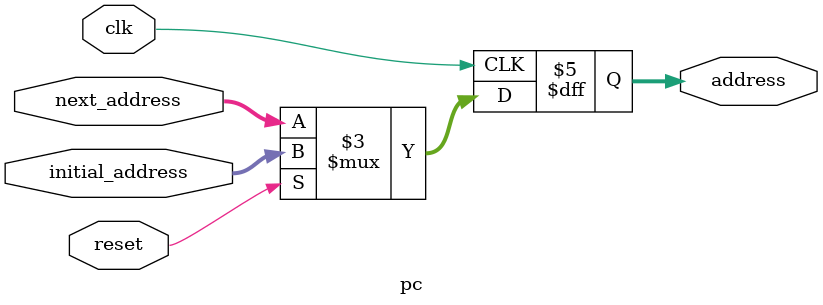
<source format=sv>
module pc (
  input[31:0] next_address,
  input clk,
  input reset,
  input[31:0] initial_address,

  output reg[31:0] address
);

  always @(posedge clk) begin
    if (reset)
      address <= initial_address;
    else 
      address <= next_address;
  end
  
endmodule
</source>
